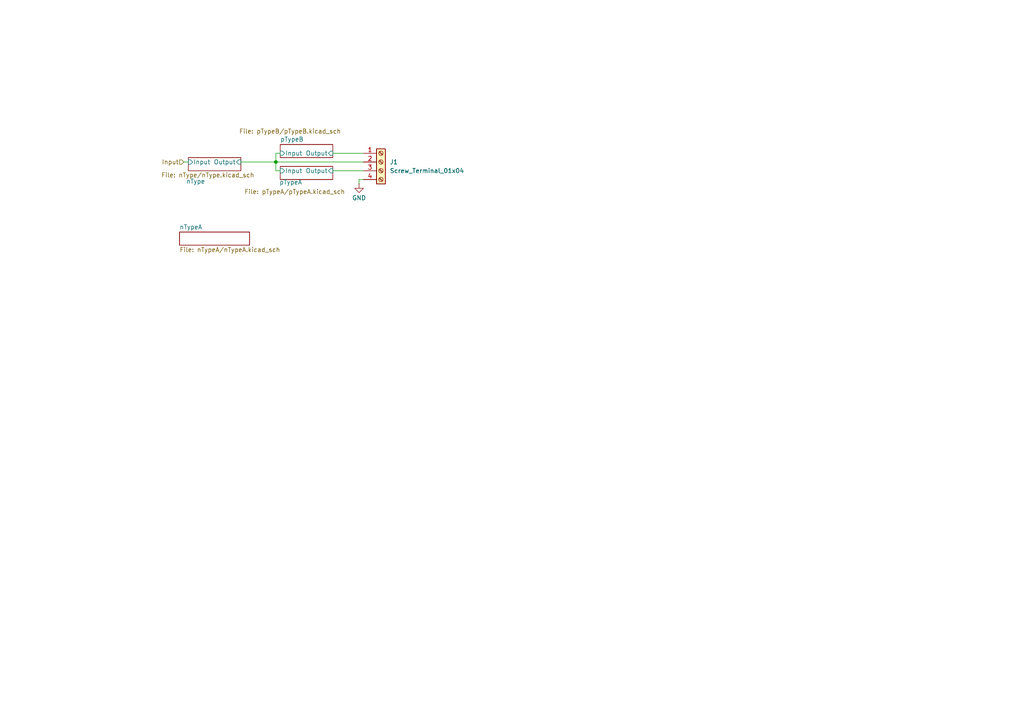
<source format=kicad_sch>
(kicad_sch (version 20231120) (generator "eeschema") (generator_version "8.0")
  (paper "A4")
  (lib_symbols
    (symbol "Connector:Screw_Terminal_01x04" (pin_names (offset 1.016) hide)
      (property "Reference" "J" (at 0 5.08 0))
      (property "Value" "Screw_Terminal_01x04" (at 0 -7.62 0))
      (symbol "Screw_Terminal_01x04_1_1"
        (rectangle (start -1.27 3.81) (end 1.27 -6.35) (stroke (width 0.254)) (fill (type background)))
        (circle (center 0 -5.08) (radius 0.635) (stroke (width 0.1524)))
        (circle (center 0 -2.54) (radius 0.635) (stroke (width 0.1524)))
        (polyline (pts (xy -0.5334 -4.7498) (xy 0.3302 -5.588)) (stroke (width 0.1524)))
        (polyline (pts (xy -0.5334 -2.2098) (xy 0.3302 -3.048)) (stroke (width 0.1524)))
        (polyline (pts (xy -0.5334 0.3302) (xy 0.3302 -0.508)) (stroke (width 0.1524)))
        (polyline (pts (xy -0.5334 2.8702) (xy 0.3302 2.032)) (stroke (width 0.1524)))
        (polyline (pts (xy -0.3556 -4.572) (xy 0.508 -5.4102)) (stroke (width 0.1524)))
        (polyline (pts (xy -0.3556 -2.032) (xy 0.508 -2.8702)) (stroke (width 0.1524)))
        (polyline (pts (xy -0.3556 0.508) (xy 0.508 -0.3302)) (stroke (width 0.1524)))
        (polyline (pts (xy -0.3556 3.048) (xy 0.508 2.2098)) (stroke (width 0.1524)))
        (circle (center 0 0) (radius 0.635) (stroke (width 0.1524)))
        (circle (center 0 2.54) (radius 0.635) (stroke (width 0.1524)))
        (pin passive line (at -5.08 2.54 0) (length 3.81) (name "Pin_1") (number "1"))
        (pin passive line (at -5.08 0 0) (length 3.81) (name "Pin_2") (number "2"))
        (pin passive line (at -5.08 -2.54 0) (length 3.81) (name "Pin_3") (number "3"))
        (pin passive line (at -5.08 -5.08 0) (length 3.81) (name "Pin_4") (number "4"))
      )
    )
    (symbol "power:GND" (power) (pin_numbers hide) (pin_names (offset 0) hide)
      (property "Value" "GND" (at 0 -3.81 0))
      (symbol "GND_0_1"
        (polyline (pts (xy 0 0) (xy 0 -1.27) (xy 1.27 -1.27) (xy 0 -2.54) (xy -1.27 -1.27) (xy 0 -1.27)))
      )
      (symbol "GND_1_1"
        (pin power_in line (at 0 0 270) (length 0) (name "~") (number "1"))
      )
    )
  )
  (junction (at 80.01 46.99))
  (wire (pts (xy 81.28 49.53) (xy 80.01 49.53)))
  (wire (pts (xy 96.52 49.53) (xy 105.41 49.53)))
  (wire (pts (xy 80.01 46.99) (xy 105.41 46.99)))
  (wire (pts (xy 80.01 49.53) (xy 80.01 46.99)))
  (wire (pts (xy 104.14 53.34) (xy 104.14 52.07)))
  (wire (pts (xy 80.01 44.45) (xy 81.28 44.45)))
  (wire (pts (xy 69.85 46.99) (xy 80.01 46.99)))
  (wire (pts (xy 96.52 44.45) (xy 105.41 44.45)))
  (wire (pts (xy 80.01 44.45) (xy 80.01 46.99)))
  (wire (pts (xy 53.34 46.99) (xy 54.61 46.99)))
  (wire (pts (xy 104.14 52.07) (xy 105.41 52.07)))
  (hierarchical_label "Input" (shape input) (at 53.34 46.99 180))
  (symbol (lib_id "power:GND") (at 104.14 53.34 0) (unit 1)
    (property "Reference" "#PWR02" (effects (hide yes)))
    (property "Value" "GND" (at 104.14 57.404 0))
    (property "Description" "Power symbol creates a global label with name \"GND\" , ground" (effects (hide yes)))
  )
  (symbol (lib_id "Connector:Screw_Terminal_01x04") (at 110.49 46.99 0) (unit 1)
    (property "Reference" "J1" (at 113.03 46.9899 0) (effects (justify left)))
    (property "Value" "Screw_Terminal_01x04" (at 113.03 49.5299 0) (effects (justify left)))
    (property "Footprint" "TerminalBlock:TerminalBlock_bornier-4_P5.08mm" (effects (hide yes)))
    (property "Description" "Generic screw terminal, single row, 01x04, script generated (kicad-library-utils/schlib/autogen/connector/)" (effects (hide yes)))
  )
  (sheet (at 81.28 41.91) (size 15.24 3.81) (stroke (width 0.1524))
    (property "Sheetname" "pTypeB" (at 81.28 41.148 0) (effects (justify left bottom)))
    (property "Sheetfile" "pTypeB/pTypeB.kicad_sch" (at 69.342 37.338 0) (effects (justify left top)))
    (pin "Output" input (at 96.52 44.45 0))
    (pin "Input" input (at 81.28 44.45 180))
  )
  (sheet (at 54.61 45.72) (size 15.24 3.81) (stroke (width 0.1524))
    (property "Sheetname" "nType" (at 53.975 53.34 0) (effects (justify left bottom)))
    (property "Sheetfile" "nType/nType.kicad_sch" (at 46.736 50.038 0) (effects (justify left top)))
    (pin "Output" input (at 69.85 46.99 0))
    (pin "Input" input (at 54.61 46.99 180))
  )
  (sheet (at 52.07 67.31) (size 20.32 3.81) (stroke (width 0.1524))
    (property "Sheetname" "nTypeA" (at 52.07 66.5984 0) (effects (justify left bottom)))
    (property "Sheetfile" "nTypeA/nTypeA.kicad_sch" (at 52.07 71.7046 0) (effects (justify left top)))
  )
  (sheet (at 81.28 48.26) (size 15.24 3.81) (stroke (width 0.1524))
    (property "Sheetname" "pTypeA" (at 81.026 53.594 0) (effects (justify left bottom)))
    (property "Sheetfile" "pTypeA/pTypeA.kicad_sch" (at 70.866 54.864 0) (effects (justify left top)))
    (pin "Output" input (at 96.52 49.53 0))
    (pin "Input" input (at 81.28 49.53 180))
  )
)
</source>
